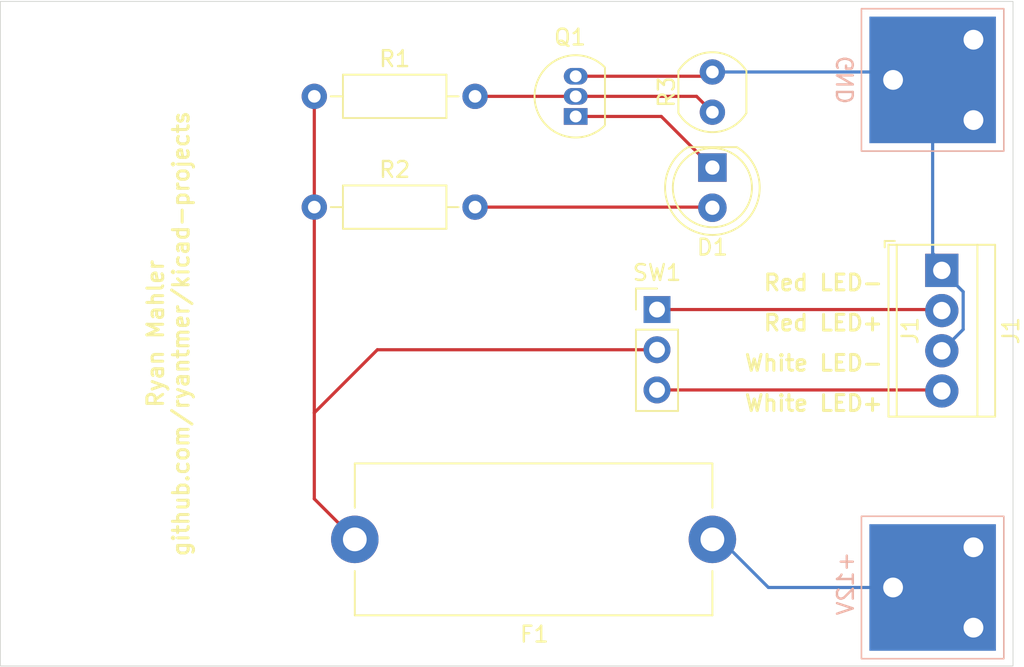
<source format=kicad_pcb>
(kicad_pcb (version 20240108) (generator "pcbnew") (generator_version "8.0")
  (layers (0 "F.Cu" signal) (31 "B.Cu" signal) (34 "B.Paste" user) (35 "F.Paste" user) (36 "B.SilkS" user "B.Silkscreen") (37 "F.SilkS" user "F.Silkscreen") (38 "B.Mask" user) (39 "F.Mask" user) (44 "Edge.Cuts" user))
  (net 0 "")
  (net 1 "Net-(D1-A)")
  (net 2 "Net-(D1-K)")
  (net 3 "Net-(Q1-B)")
  (net 4 "GND")
  (net 5 "Fused +12V")
  (net 6 "White LED+")
  (net 7 "Red LED+")
  (net 8 "Unfused +12V")
  (footprint "OptoDevice:R_LDR_4.9x4.2mm_P2.54mm_Vertical" (layer "F.Cu") (at 145 107 90)
    (property "Reference" "R3" (at 1.27 -2.9 90) (layer "F.SilkS"))
    (property "Value" "6k")
    (fp_line (start -0.05 -2.15) (end 2.6 -2.15) (stroke (width 0.12)) (layer "F.SilkS"))
    (fp_line (start -0.05 2.15) (end 2.6 2.15) (stroke (width 0.12)) (layer "F.SilkS"))
    (fp_arc (start 2.6 -2.15) (mid 3.788646 -0.016616) (end 2.628027 2.132145) (stroke (width 0.12)) (layer "F.SilkS"))
    (fp_arc (start -0.05 2.15) (mid -1.262424 0.01494) (end -0.075476 -2.134388) (stroke (width 0.12)) (layer "F.SilkS"))
    (pad "1" thru_hole circle (at 0 0 90) (size 1.6 1.6) (drill 0.8) (layers "*.Cu" "*.Mask") (net 3 "Net-(Q1-B)"))
    (pad "2" thru_hole circle (at 2.54 0 90) (size 1.6 1.6) (drill 0.8) (layers "*.Cu" "*.Mask") (net 4 "GND"))
  )
  (footprint "TerminalBlock_TE-Connectivity:TerminalBlock_TE_282834-4_1x04_P2.54mm_Horizontal" (layer "F.Cu") (at 159.5 117 -90)
    (property "Reference" "J1" (at 3.81 -4.37 90) (layer "F.SilkS"))
    (property "Value" "LED Terminal" (hide yes))
    (fp_line (start -1.86 3.61) (end -1.46 3.61) (stroke (width 0.12)) (layer "F.SilkS"))
    (fp_line (start -1.62 3.37) (end 9.241 3.37) (stroke (width 0.12)) (layer "F.SilkS"))
    (fp_line (start -1.86 2.97) (end -1.86 3.61) (stroke (width 0.12)) (layer "F.SilkS"))
    (fp_line (start -1.62 2.85) (end 9.241 2.85) (stroke (width 0.12)) (layer "F.SilkS"))
    (fp_line (start -1.62 -2.25) (end 9.241 -2.25) (stroke (width 0.12)) (layer "F.SilkS"))
    (fp_line (start -1.62 -3.37) (end -1.62 3.37) (stroke (width 0.12)) (layer "F.SilkS"))
    (fp_line (start -1.62 -3.37) (end 9.241 -3.37) (stroke (width 0.12)) (layer "F.SilkS"))
    (fp_line (start 9.241 -3.37) (end 9.241 3.37) (stroke (width 0.12)) (layer "F.SilkS"))
    (fp_text user "${REFERENCE}" (at 3.81 2 90) (layer "F.SilkS"))
    (pad "1" thru_hole rect (at 0 0 270) (size 2.1 2.1) (drill 1.1) (layers "*.Cu" "*.Mask") (net 4 "GND"))
    (pad "2" thru_hole circle (at 2.54 0 270) (size 2.1 2.1) (drill 1.1) (layers "*.Cu" "*.Mask") (net 7 "Red LED+"))
    (pad "3" thru_hole circle (at 5.08 0 270) (size 2.1 2.1) (drill 1.1) (layers "*.Cu" "*.Mask") (net 4 "GND"))
    (pad "4" thru_hole circle (at 7.62 0 270) (size 2.1 2.1) (drill 1.1) (layers "*.Cu" "*.Mask") (net 6 "White LED+"))
  )
  (footprint "Fuse:Fuseholder_Cylinder-5x20mm_Stelvio-Kontek_PTF78_Horizontal_Open" (layer "F.Cu") (at 145 134 180)
    (property "Reference" "F1" (at 11.25 -6 360) (layer "F.SilkS"))
    (property "Value" "2A Fuse")
    (fp_line (start 22.6 4.8) (end 22.6 2) (stroke (width 0.12)) (layer "F.SilkS"))
    (fp_line (start 22.6 -2) (end 22.6 -4.8) (stroke (width 0.12)) (layer "F.SilkS"))
    (fp_line (start 0 4.8) (end 22.6 4.8) (stroke (width 0.12)) (layer "F.SilkS"))
    (fp_line (start 0 4.8) (end 0 2) (stroke (width 0.12)) (layer "F.SilkS"))
    (fp_line (start 0 -2) (end 0 -4.8) (stroke (width 0.12)) (layer "F.SilkS"))
    (fp_line (start 0 -4.8) (end 22.6 -4.8) (stroke (width 0.12)) (layer "F.SilkS"))
    (pad "1" thru_hole circle (at 0 0 180) (size 3 3) (drill 1.5) (layers "*.Cu" "*.Mask") (net 8 "Unfused +12V"))
    (pad "2" thru_hole circle (at 22.6 0 180) (size 3 3) (drill 1.5) (layers "*.Cu" "*.Mask") (net 5 "Fused +12V"))
  )
  (footprint "Resistor_THT:R_Axial_DIN0207_L6.3mm_D2.5mm_P10.16mm_Horizontal" (layer "F.Cu") (at 119.84 113)
    (property "Reference" "R2" (at 5.08 -2.37 0) (layer "F.SilkS"))
    (property "Value" "10k")
    (fp_line (start 1.04 0) (end 1.81 0) (stroke (width 0.12)) (layer "F.SilkS"))
    (fp_line (start 1.81 -1.37) (end 1.81 1.37) (stroke (width 0.12)) (layer "F.SilkS"))
    (fp_line (start 1.81 1.37) (end 8.35 1.37) (stroke (width 0.12)) (layer "F.SilkS"))
    (fp_line (start 8.35 -1.37) (end 1.81 -1.37) (stroke (width 0.12)) (layer "F.SilkS"))
    (fp_line (start 8.35 1.37) (end 8.35 -1.37) (stroke (width 0.12)) (layer "F.SilkS"))
    (fp_line (start 9.12 0) (end 8.35 0) (stroke (width 0.12)) (layer "F.SilkS"))
    (pad "1" thru_hole circle (at 0 0) (size 1.6 1.6) (drill 0.8) (layers "*.Cu" "*.Mask") (net 5 "Fused +12V"))
    (pad "2" thru_hole oval (at 10.16 0) (size 1.6 1.6) (drill 0.8) (layers "*.Cu" "*.Mask") (net 1 "Net-(D1-A)"))
  )
  (footprint "Resistor_THT:R_Axial_DIN0207_L6.3mm_D2.5mm_P10.16mm_Horizontal" (layer "F.Cu") (at 119.84 106)
    (property "Reference" "R1" (at 5.08 -2.37 360) (layer "F.SilkS"))
    (property "Value" "100k")
    (fp_line (start 1.04 0) (end 1.81 0) (stroke (width 0.12)) (layer "F.SilkS"))
    (fp_line (start 1.81 -1.37) (end 1.81 1.37) (stroke (width 0.12)) (layer "F.SilkS"))
    (fp_line (start 1.81 1.37) (end 8.35 1.37) (stroke (width 0.12)) (layer "F.SilkS"))
    (fp_line (start 8.35 -1.37) (end 1.81 -1.37) (stroke (width 0.12)) (layer "F.SilkS"))
    (fp_line (start 8.35 1.37) (end 8.35 -1.37) (stroke (width 0.12)) (layer "F.SilkS"))
    (fp_line (start 9.12 0) (end 8.35 0) (stroke (width 0.12)) (layer "F.SilkS"))
    (pad "1" thru_hole circle (at 0 0) (size 1.6 1.6) (drill 0.8) (layers "*.Cu" "*.Mask") (net 5 "Fused +12V"))
    (pad "2" thru_hole oval (at 10.16 0) (size 1.6 1.6) (drill 0.8) (layers "*.Cu" "*.Mask") (net 3 "Net-(Q1-B)"))
  )
  (footprint "Connector_PinHeader_2.54mm:PinHeader_1x03_P2.54mm_Vertical" (layer "F.Cu") (at 141.5 119.475)
    (property "Reference" "SW1" (at 0 -2.33 0) (layer "F.SilkS"))
    (property "Value" "SPDT SWITCH" (hide yes))
    (fp_line (start -1.33 -1.33) (end 0 -1.33) (stroke (width 0.12)) (layer "F.SilkS"))
    (fp_line (start -1.33 0) (end -1.33 -1.33) (stroke (width 0.12)) (layer "F.SilkS"))
    (fp_line (start -1.33 1.27) (end -1.33 6.41) (stroke (width 0.12)) (layer "F.SilkS"))
    (fp_line (start -1.33 1.27) (end 1.33 1.27) (stroke (width 0.12)) (layer "F.SilkS"))
    (fp_line (start -1.33 6.41) (end 1.33 6.41) (stroke (width 0.12)) (layer "F.SilkS"))
    (fp_line (start 1.33 1.27) (end 1.33 6.41) (stroke (width 0.12)) (layer "F.SilkS"))
    (pad "1" thru_hole rect (at 0 0) (size 1.7 1.7) (drill 1) (layers "*.Cu" "*.Mask") (net 7 "Red LED+"))
    (pad "2" thru_hole oval (at 0 2.54) (size 1.7 1.7) (drill 1) (layers "*.Cu" "*.Mask") (net 5 "Fused +12V"))
    (pad "3" thru_hole oval (at 0 5.08) (size 1.7 1.7) (drill 1) (layers "*.Cu" "*.Mask") (net 6 "White LED+"))
  )
  (footprint "Package_TO_SOT_THT:TO-92_Inline" (layer "F.Cu") (at 136.36 107.27 90)
    (property "Reference" "Q1" (at 5.005 -0.36 0) (layer "F.SilkS"))
    (property "Value" "BC547")
    (fp_line (start -0.53 1.85) (end 3.07 1.85) (stroke (width 0.12)) (layer "F.SilkS"))
    (fp_arc (start 1.27 -2.6) (mid 3.672087 -0.994977) (end 3.108478 1.838478) (stroke (width 0.12)) (layer "F.SilkS"))
    (fp_arc (start -0.568478 1.838478) (mid -1.132087 -0.994977) (end 1.27 -2.6) (stroke (width 0.12)) (layer "F.SilkS"))
    (pad "1" thru_hole rect (at 0 0 90) (size 1.05 1.5) (drill 0.75) (layers "*.Cu" "*.Mask") (net 2 "Net-(D1-K)"))
    (pad "2" thru_hole oval (at 1.27 0 90) (size 1.05 1.5) (drill 0.75) (layers "*.Cu" "*.Mask") (net 3 "Net-(Q1-B)"))
    (pad "3" thru_hole oval (at 2.54 0 90) (size 1.05 1.5) (drill 0.75) (layers "*.Cu" "*.Mask") (net 4 "GND"))
  )
  (footprint "LED_THT:LED_D5.0mm_IRGrey" (layer "F.Cu") (at 145 110.5 -90)
    (property "Reference" "D1" (at 5.04 0 360) (layer "F.SilkS"))
    (property "Value" "RED")
    (fp_line (start -1.29 -1.545) (end -1.29 1.545) (stroke (width 0.12)) (layer "F.SilkS"))
    (fp_arc (start 4.26 -0.000462) (mid 2.072002 2.880433) (end -1.29 1.54483) (stroke (width 0.12)) (layer "F.SilkS"))
    (fp_arc (start -1.29 -1.54483) (mid 2.072002 -2.880433) (end 4.26 0.000462) (stroke (width 0.12)) (layer "F.SilkS"))
    (fp_circle (center 1.27 0) (end 3.77 0) (stroke (width 0.12)) (fill none) (layer "F.SilkS"))
    (pad "1" thru_hole rect (at 0 0 270) (size 1.8 1.8) (drill 0.9) (layers "*.Cu" "*.Mask") (net 2 "Net-(D1-K)"))
    (pad "2" thru_hole circle (at 2.54 0 270) (size 1.8 1.8) (drill 0.9) (layers "*.Cu" "*.Mask") (net 1 "Net-(D1-A)"))
  )
  (footprint "EuroVan interior LED controller:Keystone 4919 PC quick connect terminal" (layer "B.Cu") (at 156.42 104.96 -90)
    (property "Reference" "TP2" (hide yes))
    (property "Value" "GND" (at 0 3 90) (layer "B.SilkS") (effects (justify mirror)))
    (fp_rect (start 4.5 -7) (end -4.5 2) (stroke (width 0.1)) (fill none) (layer "B.SilkS"))
    (pad "1" thru_hole circle (at -2.54 -5.08 270) (size 2 2) (drill 1.25) (layers "*.Cu" "*.Mask") (net 4 "GND"))
    (pad "1" smd rect (at 0 -2.5 270) (size 8 8) (layers "B.Cu" "B.Mask") (net 4 "GND"))
    (pad "1" thru_hole circle (at 0 0 270) (size 2 2) (drill 1.25) (layers "*.Cu" "*.Mask") (net 4 "GND"))
    (pad "1" thru_hole circle (at 2.54 -5.08 270) (size 2 2) (drill 1.25) (layers "*.Cu" "*.Mask") (net 4 "GND"))
  )
  (footprint "EuroVan interior LED controller:Keystone 4919 PC quick connect terminal" (layer "B.Cu") (at 156.42 137.04 -90)
    (property "Reference" "TP1" (hide yes))
    (property "Value" "+12V" (at -0.25 3 90) (layer "B.SilkS") (effects (justify mirror)))
    (fp_rect (start 4.5 -7) (end -4.5 2) (stroke (width 0.1)) (fill none) (layer "B.SilkS"))
    (pad "1" thru_hole circle (at -2.54 -5.08 270) (size 2 2) (drill 1.25) (layers "*.Cu" "*.Mask") (net 8 "Unfused +12V"))
    (pad "1" smd rect (at 0 -2.5 270) (size 8 8) (layers "B.Cu" "B.Mask") (net 8 "Unfused +12V"))
    (pad "1" thru_hole circle (at 0 0 270) (size 2 2) (drill 1.25) (layers "*.Cu" "*.Mask") (net 8 "Unfused +12V"))
    (pad "1" thru_hole circle (at 2.54 -5.08 270) (size 2 2) (drill 1.25) (layers "*.Cu" "*.Mask") (net 8 "Unfused +12V"))
  )
  (gr_rect (start 100 100) (end 164 142) (stroke (width 0.05)) (fill none) (layer "Edge.Cuts"))
  (gr_text "White LED-" (at 155.864 123.444 0) (layer "F.SilkS") (effects (font (size 1 1) (thickness 0.1875)) (justify right bottom)))
  (gr_text "White LED+" (at 155.864 125.984 0) (layer "F.SilkS") (effects (font (size 1 1) (thickness 0.1875)) (justify right bottom)))
  (gr_text "Ryan Mahler\ngithub.com/ryantmer/kicad-projects" (at 112 121 90) (layer "F.SilkS") (effects (font (size 1 1) (thickness 0.1875)) (justify bottom)))
  (gr_text "Red LED+" (at 155.864 120.904 0) (layer "F.SilkS") (effects (font (size 1 1) (thickness 0.1875)) (justify right bottom)))
  (gr_text "Red LED-" (at 155.864 118.364 0) (layer "F.SilkS") (effects (font (size 1 1) (thickness 0.1875)) (justify right bottom)))
  (segment (start 144.96 113) (end 145 113.04) (width 0.2) (layer "F.Cu") (net 1))
  (segment (start 130 113) (end 144.96 113) (width 0.2) (layer "F.Cu") (net 1))
  (segment (start 136.36 107.27) (end 141.77 107.27) (width 0.2) (layer "F.Cu") (net 2))
  (segment (start 141.77 107.27) (end 145 110.5) (width 0.2) (layer "F.Cu") (net 2))
  (segment (start 130 106) (end 136.36 106) (width 0.2) (layer "F.Cu") (net 3))
  (segment (start 144 106) (end 145 107) (width 0.2) (layer "F.Cu") (net 3))
  (segment (start 136.36 106) (end 144 106) (width 0.2) (layer "F.Cu") (net 3))
  (segment (start 136.36 104.73) (end 144.73 104.73) (width 0.2) (layer "F.Cu") (net 4))
  (segment (start 144.73 104.73) (end 145 104.46) (width 0.2) (layer "F.Cu") (net 4))
  (segment (start 160.85 120.73) (end 159.5 122.08) (width 0.2) (layer "B.Cu") (net 4))
  (segment (start 159.5 117) (end 159.5 116.5) (width 0.2) (layer "B.Cu") (net 4))
  (segment (start 159.04 104.96) (end 159.25 104.75) (width 0.2) (layer "B.Cu") (net 4))
  (segment (start 159.5 116.5) (end 158.92 115.92) (width 0.2) (layer "B.Cu") (net 4))
  (segment (start 158.42 104.46) (end 158.92 104.96) (width 0.2) (layer "B.Cu") (net 4))
  (segment (start 158.92 115.92) (end 158.92 104.96) (width 0.2) (layer "B.Cu") (net 4))
  (segment (start 159.23 104.73) (end 159.25 104.75) (width 0.2) (layer "B.Cu") (net 4))
  (segment (start 160.85 118.35) (end 160.85 120.73) (width 0.2) (layer "B.Cu") (net 4))
  (segment (start 159.65 105.15) (end 159.25 104.75) (width 0.2) (layer "B.Cu") (net 4))
  (segment (start 156.77 107.23) (end 159.25 104.75) (width 0.2) (layer "B.Cu") (net 4))
  (segment (start 159.5 117) (end 160.85 118.35) (width 0.2) (layer "B.Cu") (net 4))
  (segment (start 160.25 105.75) (end 159.25 104.75) (width 0.2) (layer "B.Cu") (net 4))
  (segment (start 145 104.46) (end 158.42 104.46) (width 0.2) (layer "B.Cu") (net 4))
  (segment (start 119.84 126) (end 119.84 113) (width 0.2) (layer "F.Cu") (net 5))
  (segment (start 123.825 122.015) (end 141.5 122.015) (width 0.2) (layer "F.Cu") (net 5))
  (segment (start 122.4 134) (end 119.84 131.44) (width 0.2) (layer "F.Cu") (net 5))
  (segment (start 119.84 126) (end 123.825 122.015) (width 0.2) (layer "F.Cu") (net 5))
  (segment (start 119.84 131.44) (end 119.84 126) (width 0.2) (layer "F.Cu") (net 5))
  (segment (start 119.84 113) (end 119.84 106) (width 0.2) (layer "F.Cu") (net 5))
  (segment (start 159.435 124.555) (end 159.5 124.62) (width 0.2) (layer "F.Cu") (net 6))
  (segment (start 159.595 125.555) (end 159.65 125.5) (width 0.2) (layer "F.Cu") (net 6))
  (segment (start 141.5 124.555) (end 159.435 124.555) (width 0.2) (layer "F.Cu") (net 6))
  (segment (start 141.5 119.475) (end 159.435 119.475) (width 0.2) (layer "F.Cu") (net 7))
  (segment (start 159.435 119.475) (end 159.5 119.54) (width 0.2) (layer "F.Cu") (net 7))
  (segment (start 156.4 134.4) (end 159.25 137.25) (width 0.2) (layer "B.Cu") (net 8))
  (segment (start 145 134) (end 145.5 134) (width 0.2) (layer "B.Cu") (net 8))
  (segment (start 148.54 137.04) (end 158.92 137.04) (width 0.2) (layer "B.Cu") (net 8))
  (segment (start 145.5 134) (end 148.54 137.04) (width 0.2) (layer "B.Cu") (net 8))
)
</source>
